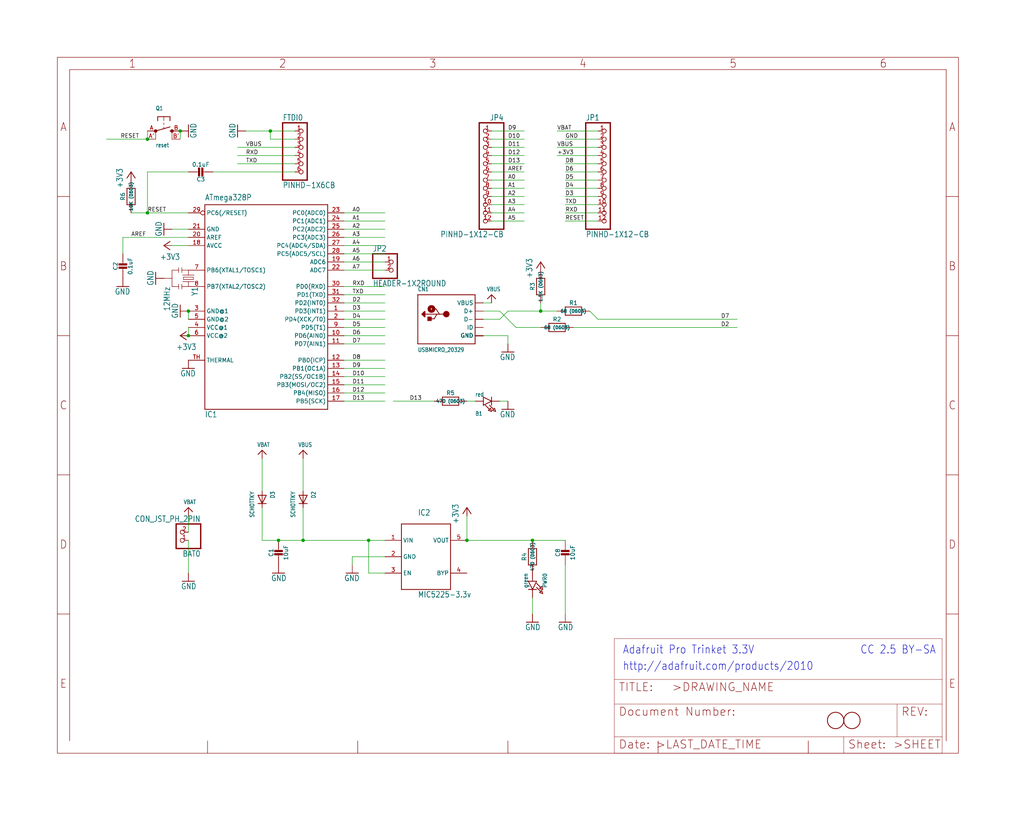
<source format=kicad_sch>
(kicad_sch (version 20211123) (generator eeschema)
  (paper "User" 317.5 254.406)
  (lib_symbols
    (symbol "eagleSchem-eagle-import:+3V3" (power)
      (property "Value" "+3V3" (at -2.54 -5.08 90))
      (symbol "+3V3_1_0"
        (polyline (pts (xy 0 0) (xy -1.27 -1.905)) (stroke (width 0.254)))
        (polyline (pts (xy 1.27 -1.905) (xy 0 0)) (stroke (width 0.254)))
        (pin power_in line (at 0 -2.54 90) (length 2.54) (name "+3V3") (number "1"))
      )
    )
    (symbol "eagleSchem-eagle-import:CAP_CERAMIC0805-NOOUTLINE"
      (property "Reference" "C" (at -2.29 1.25 90))
      (property "Value" "CAP_CERAMIC0805-NOOUTLINE" (at 2.3 1.25 90))
      (symbol "CAP_CERAMIC0805-NOOUTLINE_1_0"
        (rectangle (start -1.27 0.508) (end 1.27 1.016) (fill (type outline)))
        (rectangle (start -1.27 1.524) (end 1.27 2.032) (fill (type outline)))
        (polyline (pts (xy 0 0.762) (xy 0 0)) (stroke (width 0.1524)))
        (polyline (pts (xy 0 2.54) (xy 0 1.778)) (stroke (width 0.1524)))
        (pin passive line (at 0 5.08 270) (length 2.54) (name "1") (number "1"))
        (pin passive line (at 0 -2.54 90) (length 2.54) (name "2") (number "2"))
      )
    )
    (symbol "eagleSchem-eagle-import:CAP_CERAMIC_0805MP"
      (property "Reference" "C" (at -2.29 1.25 90))
      (property "Value" "CAP_CERAMIC_0805MP" (at 2.3 1.25 90))
      (symbol "CAP_CERAMIC_0805MP_1_0"
        (rectangle (start -1.27 0.508) (end 1.27 1.016) (fill (type outline)))
        (rectangle (start -1.27 1.524) (end 1.27 2.032) (fill (type outline)))
        (polyline (pts (xy 0 0.762) (xy 0 0)) (stroke (width 0.1524)))
        (polyline (pts (xy 0 2.54) (xy 0 1.778)) (stroke (width 0.1524)))
        (pin passive line (at 0 5.08 270) (length 2.54) (name "1") (number "1"))
        (pin passive line (at 0 -2.54 90) (length 2.54) (name "2") (number "2"))
      )
    )
    (symbol "eagleSchem-eagle-import:CON_JST_PH_2PIN"
      (property "Reference" "X" (at -6.35 5.715 0))
      (property "Value" "CON_JST_PH_2PIN" (at -6.35 -5.08 0))
      (symbol "CON_JST_PH_2PIN_1_0"
        (polyline (pts (xy -6.35 -2.54) (xy 1.27 -2.54)) (stroke (width 0.4064)))
        (polyline (pts (xy -6.35 5.08) (xy -6.35 -2.54)) (stroke (width 0.4064)))
        (polyline (pts (xy 1.27 -2.54) (xy 1.27 5.08)) (stroke (width 0.4064)))
        (polyline (pts (xy 1.27 5.08) (xy -6.35 5.08)) (stroke (width 0.4064)))
        (pin passive inverted (at -2.54 2.54 0) (length 2.54) (name "1") (number "1"))
        (pin passive inverted (at -2.54 0 0) (length 2.54) (name "2") (number "2"))
      )
    )
    (symbol "eagleSchem-eagle-import:DIODE_SOD-123FL"
      (property "Reference" "D" (at -2.54 2.54 0))
      (property "Value" "DIODE_SOD-123FL" (at -2.54 -3.81 0))
      (symbol "DIODE_SOD-123FL_1_0"
        (polyline (pts (xy -1.27 -1.27) (xy 1.27 0)) (stroke (width 0.254)))
        (polyline (pts (xy -1.27 1.27) (xy -1.27 -1.27)) (stroke (width 0.254)))
        (polyline (pts (xy 1.27 0) (xy -1.27 1.27)) (stroke (width 0.254)))
        (polyline (pts (xy 1.27 0) (xy 1.27 -1.27)) (stroke (width 0.254)))
        (polyline (pts (xy 1.27 1.27) (xy 1.27 0)) (stroke (width 0.254)))
        (pin passive line (at -2.54 0 0) (length 2.54) (name "A") (number "A"))
        (pin passive line (at 2.54 0 180) (length 2.54) (name "C") (number "C"))
      )
    )
    (symbol "eagleSchem-eagle-import:FIDUCIAL"
      (symbol "FIDUCIAL_1_0"
        (circle (center 0 0) (radius 2.54) (stroke (width 0.254)))
      )
    )
    (symbol "eagleSchem-eagle-import:FRAME_A_L"
      (symbol "FRAME_A_L_1_0"
        (polyline (pts (xy 0 43.18) (xy 3.81 43.18)))
        (polyline (pts (xy 0 86.36) (xy 3.81 86.36)))
        (polyline (pts (xy 0 129.54) (xy 3.81 129.54)))
        (polyline (pts (xy 0 172.72) (xy 3.81 172.72)))
        (polyline (pts (xy 3.81 3.81) (xy 3.81 212.09)))
        (polyline (pts (xy 46.5667 0) (xy 46.5667 3.81)))
        (polyline (pts (xy 93.1333 0) (xy 93.1333 3.81)))
        (polyline (pts (xy 139.7 0) (xy 139.7 3.81)))
        (polyline (pts (xy 186.2667 0) (xy 186.2667 3.81)))
        (polyline (pts (xy 232.8333 0) (xy 232.8333 3.81)))
        (polyline (pts (xy 275.59 3.81) (xy 275.59 212.09)))
        (polyline (pts (xy 275.59 43.18) (xy 279.4 43.18)))
        (polyline (pts (xy 275.59 86.36) (xy 279.4 86.36)))
        (polyline (pts (xy 275.59 129.54) (xy 279.4 129.54)))
        (polyline (pts (xy 275.59 172.72) (xy 279.4 172.72)))
        (polyline (pts (xy 275.59 212.09) (xy 3.81 212.09)))
        (polyline (pts (xy 0 0) (xy 279.4 0) (xy 279.4 215.9) (xy 0 215.9) (xy 0 0)))
        (text "1" (at 23.2833 213.995 0) (effects (font (size 2.54 2.286))))
        (text "2" (at 69.85 213.995 0) (effects (font (size 2.54 2.286))))
        (text "3" (at 116.4167 213.995 0) (effects (font (size 2.54 2.286))))
        (text "4" (at 162.9833 213.995 0) (effects (font (size 2.54 2.286))))
        (text "5" (at 209.55 213.995 0) (effects (font (size 2.54 2.286))))
        (text "6" (at 256.1167 213.995 0) (effects (font (size 2.54 2.286))))
        (text "A" (at 1.905 194.31 0) (effects (font (size 2.54 2.286))))
        (text "A" (at 277.495 194.31 0) (effects (font (size 2.54 2.286))))
        (text "B" (at 1.905 151.13 0) (effects (font (size 2.54 2.286))))
        (text "B" (at 277.495 151.13 0) (effects (font (size 2.54 2.286))))
        (text "C" (at 1.905 107.95 0) (effects (font (size 2.54 2.286))))
        (text "C" (at 277.495 107.95 0) (effects (font (size 2.54 2.286))))
        (text "D" (at 1.905 64.77 0) (effects (font (size 2.54 2.286))))
        (text "D" (at 277.495 64.77 0) (effects (font (size 2.54 2.286))))
        (text "E" (at 1.905 21.59 0) (effects (font (size 2.54 2.286))))
        (text "E" (at 277.495 21.59 0) (effects (font (size 2.54 2.286))))
      )
      (symbol "FRAME_A_L_2_0"
        (polyline (pts (xy 0 0) (xy 0 5.08)) (stroke (width 0.1016)))
        (polyline (pts (xy 0 0) (xy 71.12 0)) (stroke (width 0.1016)))
        (polyline (pts (xy 0 5.08) (xy 0 15.24)) (stroke (width 0.1016)))
        (polyline (pts (xy 0 5.08) (xy 71.12 5.08)) (stroke (width 0.1016)))
        (polyline (pts (xy 0 15.24) (xy 0 22.86)) (stroke (width 0.1016)))
        (polyline (pts (xy 0 22.86) (xy 0 35.56)) (stroke (width 0.1016)))
        (polyline (pts (xy 0 22.86) (xy 101.6 22.86)) (stroke (width 0.1016)))
        (polyline (pts (xy 71.12 0) (xy 101.6 0)) (stroke (width 0.1016)))
        (polyline (pts (xy 71.12 5.08) (xy 71.12 0)) (stroke (width 0.1016)))
        (polyline (pts (xy 71.12 5.08) (xy 87.63 5.08)) (stroke (width 0.1016)))
        (polyline (pts (xy 87.63 5.08) (xy 101.6 5.08)) (stroke (width 0.1016)))
        (polyline (pts (xy 87.63 15.24) (xy 0 15.24)) (stroke (width 0.1016)))
        (polyline (pts (xy 87.63 15.24) (xy 87.63 5.08)) (stroke (width 0.1016)))
        (polyline (pts (xy 101.6 5.08) (xy 101.6 0)) (stroke (width 0.1016)))
        (polyline (pts (xy 101.6 15.24) (xy 87.63 15.24)) (stroke (width 0.1016)))
        (polyline (pts (xy 101.6 15.24) (xy 101.6 5.08)) (stroke (width 0.1016)))
        (polyline (pts (xy 101.6 22.86) (xy 101.6 15.24)) (stroke (width 0.1016)))
        (polyline (pts (xy 101.6 35.56) (xy 0 35.56)) (stroke (width 0.1016)))
        (polyline (pts (xy 101.6 35.56) (xy 101.6 22.86)) (stroke (width 0.1016)))
        (text ">DRAWING_NAME" (at 17.78 19.05 0) (effects (font (size 2.54 2.54)) (justify left bottom)))
        (text ">LAST_DATE_TIME" (at 12.7 1.27 0) (effects (font (size 2.54 2.54)) (justify left bottom)))
        (text ">SHEET" (at 86.36 1.27 0) (effects (font (size 2.54 2.54)) (justify left bottom)))
        (text "Date:" (at 1.27 1.27 0) (effects (font (size 2.54 2.54)) (justify left bottom)))
        (text "Document Number:" (at 1.27 11.43 0) (effects (font (size 2.54 2.54)) (justify left bottom)))
        (text "REV:" (at 88.9 11.43 0) (effects (font (size 2.54 2.54)) (justify left bottom)))
        (text "Sheet:" (at 72.39 1.27 0) (effects (font (size 2.54 2.54)) (justify left bottom)))
        (text "TITLE:" (at 1.27 19.05 0) (effects (font (size 2.54 2.54)) (justify left bottom)))
      )
    )
    (symbol "eagleSchem-eagle-import:GND" (power)
      (property "Value" "GND" (at -2.54 -2.54 0))
      (symbol "GND_1_0"
        (polyline (pts (xy -1.905 0) (xy 1.905 0)) (stroke (width 0.254)))
        (pin power_in line (at 0 2.54 270) (length 2.54) (name "GND") (number "1"))
      )
    )
    (symbol "eagleSchem-eagle-import:HEADER-1X2ROUND"
      (property "Reference" "JP" (at -6.35 5.715 0))
      (property "Value" "HEADER-1X2ROUND" (at -6.35 -5.08 0))
      (symbol "HEADER-1X2ROUND_1_0"
        (polyline (pts (xy -6.35 -2.54) (xy 1.27 -2.54)) (stroke (width 0.4064)))
        (polyline (pts (xy -6.35 5.08) (xy -6.35 -2.54)) (stroke (width 0.4064)))
        (polyline (pts (xy 1.27 -2.54) (xy 1.27 5.08)) (stroke (width 0.4064)))
        (polyline (pts (xy 1.27 5.08) (xy -6.35 5.08)) (stroke (width 0.4064)))
        (pin passive inverted (at -2.54 2.54 0) (length 2.54) (name "1") (number "1"))
        (pin passive inverted (at -2.54 0 0) (length 2.54) (name "2") (number "2"))
      )
    )
    (symbol "eagleSchem-eagle-import:LED0805_NOOUTLINE"
      (property "Reference" "LED" (at -5.08 3.175 0))
      (property "Value" "LED0805_NOOUTLINE" (at -5.08 -2.794 0))
      (symbol "LED0805_NOOUTLINE_1_0"
        (polyline (pts (xy -2.54 -1.27) (xy 0 0)) (stroke (width 0.254)))
        (polyline (pts (xy -2.54 1.27) (xy -2.54 -1.27)) (stroke (width 0.254)))
        (polyline (pts (xy -1.905 1.27) (xy -0.635 2.54)) (stroke (width 0.254)))
        (polyline (pts (xy -0.9525 2.8575) (xy -0.3175 2.2225)) (stroke (width 0.254)))
        (polyline (pts (xy -0.635 1.27) (xy 0.635 2.54)) (stroke (width 0.254)))
        (polyline (pts (xy -0.3175 2.2225) (xy 0 3.175)) (stroke (width 0.254)))
        (polyline (pts (xy 0 0) (xy -2.54 1.27)) (stroke (width 0.254)))
        (polyline (pts (xy 0 0) (xy 0 -1.27)) (stroke (width 0.254)))
        (polyline (pts (xy 0 1.27) (xy 0 0)) (stroke (width 0.254)))
        (polyline (pts (xy 0 3.175) (xy -0.9525 2.8575)) (stroke (width 0.254)))
        (polyline (pts (xy 0.3175 2.8575) (xy 0.9525 2.2225)) (stroke (width 0.254)))
        (polyline (pts (xy 0.9525 2.2225) (xy 1.27 3.175)) (stroke (width 0.254)))
        (polyline (pts (xy 1.27 3.175) (xy 0.3175 2.8575)) (stroke (width 0.254)))
        (pin passive line (at -5.08 0 0) (length 2.54) (name "A") (number "A"))
        (pin passive line (at 2.54 0 180) (length 2.54) (name "C") (number "C"))
      )
    )
    (symbol "eagleSchem-eagle-import:LP298XS"
      (property "Reference" "IC" (at -12.7 -5.08 90))
      (property "Value" "LP298XS" (at 12.7 -5.08 90))
      (symbol "LP298XS_1_0"
        (polyline (pts (xy -10.16 -10.16) (xy 10.16 -10.16)) (stroke (width 0.254)))
        (polyline (pts (xy -10.16 5.08) (xy -10.16 -10.16)) (stroke (width 0.254)))
        (polyline (pts (xy 10.16 -10.16) (xy 10.16 5.08)) (stroke (width 0.254)))
        (polyline (pts (xy 10.16 5.08) (xy -10.16 5.08)) (stroke (width 0.254)))
        (pin bidirectional line (at -5.08 -15.24 90) (length 5.08) (name "VIN") (number "1"))
        (pin bidirectional line (at 0 -15.24 90) (length 5.08) (name "GND") (number "2"))
        (pin bidirectional line (at 5.08 -15.24 90) (length 5.08) (name "EN") (number "3"))
        (pin bidirectional line (at 5.08 10.16 270) (length 5.08) (name "BYP") (number "4"))
        (pin bidirectional line (at -5.08 10.16 270) (length 5.08) (name "VOUT") (number "5"))
      )
    )
    (symbol "eagleSchem-eagle-import:MEGA8-MI"
      (property "Reference" "IC" (at -17.78 -38.1 0))
      (property "Value" "MEGA8-MI" (at -17.78 29.21 0))
      (symbol "MEGA8-MI_1_0"
        (polyline (pts (xy -17.78 -35.56) (xy -17.78 27.94)) (stroke (width 0.254)))
        (polyline (pts (xy -17.78 27.94) (xy 20.32 27.94)) (stroke (width 0.254)))
        (polyline (pts (xy 20.32 -35.56) (xy -17.78 -35.56)) (stroke (width 0.254)))
        (polyline (pts (xy 20.32 27.94) (xy 20.32 -35.56)) (stroke (width 0.254)))
        (pin bidirectional line (at 25.4 -5.08 180) (length 5.08) (name "PD3(INT1)") (number "1"))
        (pin bidirectional line (at 25.4 -12.7 180) (length 5.08) (name "PD6(AIN0)") (number "10"))
        (pin bidirectional line (at 25.4 -15.24 180) (length 5.08) (name "PD7(AIN1)") (number "11"))
        (pin bidirectional line (at 25.4 -20.32 180) (length 5.08) (name "PB0(ICP)") (number "12"))
        (pin bidirectional line (at 25.4 -22.86 180) (length 5.08) (name "PB1(OC1A)") (number "13"))
        (pin bidirectional line (at 25.4 -25.4 180) (length 5.08) (name "PB2(SS/OC1B)") (number "14"))
        (pin bidirectional line (at 25.4 -27.94 180) (length 5.08) (name "PB3(MOSI/OC2)") (number "15"))
        (pin bidirectional line (at 25.4 -30.48 180) (length 5.08) (name "PB4(MISO)") (number "16"))
        (pin bidirectional line (at 25.4 -33.02 180) (length 5.08) (name "PB5(SCK)") (number "17"))
        (pin power_in line (at -22.86 15.24 0) (length 5.08) (name "AVCC") (number "18"))
        (pin bidirectional line (at 25.4 10.16 180) (length 5.08) (name "ADC6") (number "19"))
        (pin bidirectional line (at 25.4 -7.62 180) (length 5.08) (name "PD4(XCK/T0)") (number "2"))
        (pin passive line (at -22.86 17.78 0) (length 5.08) (name "AREF") (number "20"))
        (pin power_in line (at -22.86 20.32 0) (length 5.08) (name "GND") (number "21"))
        (pin bidirectional line (at 25.4 7.62 180) (length 5.08) (name "ADC7") (number "22"))
        (pin bidirectional line (at 25.4 25.4 180) (length 5.08) (name "PC0(ADC0)") (number "23"))
        (pin bidirectional line (at 25.4 22.86 180) (length 5.08) (name "PC1(ADC1)") (number "24"))
        (pin bidirectional line (at 25.4 20.32 180) (length 5.08) (name "PC2(ADC2)") (number "25"))
        (pin bidirectional line (at 25.4 17.78 180) (length 5.08) (name "PC3(ADC3)") (number "26"))
        (pin bidirectional line (at 25.4 15.24 180) (length 5.08) (name "PC4(ADC4/SDA)") (number "27"))
        (pin bidirectional line (at 25.4 12.7 180) (length 5.08) (name "PC5(ADC5/SCL)") (number "28"))
        (pin bidirectional inverted (at -22.86 25.4 0) (length 5.08) (name "PC6(/RESET)") (number "29"))
        (pin power_in line (at -22.86 -5.08 0) (length 5.08) (name "GND@1") (number "3"))
        (pin bidirectional line (at 25.4 2.54 180) (length 5.08) (name "PD0(RXD)") (number "30"))
        (pin bidirectional line (at 25.4 0 180) (length 5.08) (name "PD1(TXD)") (number "31"))
        (pin bidirectional line (at 25.4 -2.54 180) (length 5.08) (name "PD2(INT0)") (number "32"))
        (pin power_in line (at -22.86 -10.16 0) (length 5.08) (name "VCC@1") (number "4"))
        (pin power_in line (at -22.86 -7.62 0) (length 5.08) (name "GND@2") (number "5"))
        (pin power_in line (at -22.86 -12.7 0) (length 5.08) (name "VCC@2") (number "6"))
        (pin bidirectional line (at -22.86 7.62 0) (length 5.08) (name "PB6(XTAL1/TOSC1)") (number "7"))
        (pin bidirectional line (at -22.86 2.54 0) (length 5.08) (name "PB7(XTAL2/TOSC2)") (number "8"))
        (pin bidirectional line (at 25.4 -10.16 180) (length 5.08) (name "PD5(T1)") (number "9"))
        (pin passive line (at -22.86 -20.32 0) (length 5.08) (name "THERMAL") (number "TH"))
      )
    )
    (symbol "eagleSchem-eagle-import:PINHD-1X12-CB"
      (property "Reference" "JP" (at -6.35 15.875 0))
      (property "Value" "PINHD-1X12-CB" (at -6.35 -20.32 0))
      (symbol "PINHD-1X12-CB_1_0"
        (polyline (pts (xy -6.35 -17.78) (xy 1.27 -17.78)) (stroke (width 0.4064)))
        (polyline (pts (xy -6.35 15.24) (xy -6.35 -17.78)) (stroke (width 0.4064)))
        (polyline (pts (xy 1.27 -17.78) (xy 1.27 15.24)) (stroke (width 0.4064)))
        (polyline (pts (xy 1.27 15.24) (xy -6.35 15.24)) (stroke (width 0.4064)))
        (pin passive inverted (at -2.54 12.7 0) (length 2.54) (name "1") (number "1"))
        (pin passive inverted (at -2.54 -10.16 0) (length 2.54) (name "10") (number "10"))
        (pin passive inverted (at -2.54 -12.7 0) (length 2.54) (name "11") (number "11"))
        (pin passive inverted (at -2.54 -15.24 0) (length 2.54) (name "12") (number "12"))
        (pin passive inverted (at -2.54 10.16 0) (length 2.54) (name "2") (number "2"))
        (pin passive inverted (at -2.54 7.62 0) (length 2.54) (name "3") (number "3"))
        (pin passive inverted (at -2.54 5.08 0) (length 2.54) (name "4") (number "4"))
        (pin passive inverted (at -2.54 2.54 0) (length 2.54) (name "5") (number "5"))
        (pin passive inverted (at -2.54 0 0) (length 2.54) (name "6") (number "6"))
        (pin passive inverted (at -2.54 -2.54 0) (length 2.54) (name "7") (number "7"))
        (pin passive inverted (at -2.54 -5.08 0) (length 2.54) (name "8") (number "8"))
        (pin passive inverted (at -2.54 -7.62 0) (length 2.54) (name "9") (number "9"))
      )
    )
    (symbol "eagleSchem-eagle-import:PINHD-1X6CB"
      (property "Reference" "JP" (at -6.35 10.795 0))
      (property "Value" "PINHD-1X6CB" (at -6.35 -10.16 0))
      (symbol "PINHD-1X6CB_1_0"
        (polyline (pts (xy -6.35 -7.62) (xy 1.27 -7.62)) (stroke (width 0.4064)))
        (polyline (pts (xy -6.35 10.16) (xy -6.35 -7.62)) (stroke (width 0.4064)))
        (polyline (pts (xy 1.27 -7.62) (xy 1.27 10.16)) (stroke (width 0.4064)))
        (polyline (pts (xy 1.27 10.16) (xy -6.35 10.16)) (stroke (width 0.4064)))
        (pin passive inverted (at -2.54 7.62 0) (length 2.54) (name "1") (number "1"))
        (pin passive inverted (at -2.54 5.08 0) (length 2.54) (name "2") (number "2"))
        (pin passive inverted (at -2.54 2.54 0) (length 2.54) (name "3") (number "3"))
        (pin passive inverted (at -2.54 0 0) (length 2.54) (name "4") (number "4"))
        (pin passive inverted (at -2.54 -2.54 0) (length 2.54) (name "5") (number "5"))
        (pin passive inverted (at -2.54 -5.08 0) (length 2.54) (name "6") (number "6"))
      )
    )
    (symbol "eagleSchem-eagle-import:RESISTOR0805_NOOUTLINE"
      (property "Reference" "R" (at 0 2.54 0))
      (property "Value" "RESISTOR0805_NOOUTLINE" (at 0 0 0))
      (symbol "RESISTOR0805_NOOUTLINE_1_0"
        (polyline (pts (xy -2.54 -1.27) (xy -2.54 1.27)) (stroke (width 0.254)))
        (polyline (pts (xy -2.54 1.27) (xy 2.54 1.27)) (stroke (width 0.254)))
        (polyline (pts (xy 2.54 -1.27) (xy -2.54 -1.27)) (stroke (width 0.254)))
        (polyline (pts (xy 2.54 1.27) (xy 2.54 -1.27)) (stroke (width 0.254)))
        (pin passive line (at -5.08 0 0) (length 2.54) (name "1") (number "1"))
        (pin passive line (at 5.08 0 180) (length 2.54) (name "2") (number "2"))
      )
    )
    (symbol "eagleSchem-eagle-import:RESISTOR_0603_NOOUT"
      (property "Reference" "R" (at 0 2.54 0))
      (property "Value" "RESISTOR_0603_NOOUT" (at 0 0 0))
      (symbol "RESISTOR_0603_NOOUT_1_0"
        (polyline (pts (xy -2.54 -1.27) (xy -2.54 1.27)) (stroke (width 0.254)))
        (polyline (pts (xy -2.54 1.27) (xy 2.54 1.27)) (stroke (width 0.254)))
        (polyline (pts (xy 2.54 -1.27) (xy -2.54 -1.27)) (stroke (width 0.254)))
        (polyline (pts (xy 2.54 1.27) (xy 2.54 -1.27)) (stroke (width 0.254)))
        (pin passive line (at -5.08 0 0) (length 2.54) (name "1") (number "1"))
        (pin passive line (at 5.08 0 180) (length 2.54) (name "2") (number "2"))
      )
    )
    (symbol "eagleSchem-eagle-import:RESONATORSMD"
      (property "Reference" "Y" (at 2.54 1.016 0))
      (property "Value" "RESONATORSMD" (at 2.54 -7.62 0))
      (symbol "RESONATORSMD_1_0"
        (polyline (pts (xy -2.54 -3.048) (xy -3.302 -3.048)) (stroke (width 0.1524)))
        (polyline (pts (xy -2.54 -3.048) (xy -2.54 -5.08)) (stroke (width 0.1524)))
        (polyline (pts (xy -2.54 -2.032) (xy -3.302 -2.032)) (stroke (width 0.1524)))
        (polyline (pts (xy -2.54 -2.032) (xy -2.54 0)) (stroke (width 0.1524)))
        (polyline (pts (xy -2.54 0) (xy -1.016 0)) (stroke (width 0.1524)))
        (polyline (pts (xy -1.778 -3.048) (xy -2.54 -3.048)) (stroke (width 0.1524)))
        (polyline (pts (xy -1.778 -2.032) (xy -2.54 -2.032)) (stroke (width 0.1524)))
        (polyline (pts (xy -1.016 0) (xy -1.016 -1.778)) (stroke (width 0.1524)))
        (polyline (pts (xy -1.016 1.778) (xy -1.016 0)) (stroke (width 0.1524)))
        (polyline (pts (xy -0.381 -1.524) (xy 0.381 -1.524)) (stroke (width 0.1524)))
        (polyline (pts (xy -0.381 1.524) (xy -0.381 -1.524)) (stroke (width 0.1524)))
        (polyline (pts (xy 0 -5.08) (xy -2.54 -5.08)) (stroke (width 0.1524)))
        (polyline (pts (xy 0 -5.08) (xy 0 -7.62)) (stroke (width 0.1524)))
        (polyline (pts (xy 0.381 -1.524) (xy 0.381 1.524)) (stroke (width 0.1524)))
        (polyline (pts (xy 0.381 1.524) (xy -0.381 1.524)) (stroke (width 0.1524)))
        (polyline (pts (xy 1.016 0) (xy 1.016 -1.778)) (stroke (width 0.1524)))
        (polyline (pts (xy 1.016 0) (xy 2.54 0)) (stroke (width 0.1524)))
        (polyline (pts (xy 1.016 1.778) (xy 1.016 0)) (stroke (width 0.1524)))
        (polyline (pts (xy 2.54 -5.08) (xy 0 -5.08)) (stroke (width 0.1524)))
        (polyline (pts (xy 2.54 -3.048) (xy 1.778 -3.048)) (stroke (width 0.1524)))
        (polyline (pts (xy 2.54 -3.048) (xy 2.54 -5.08)) (stroke (width 0.1524)))
        (polyline (pts (xy 2.54 -2.032) (xy 1.778 -2.032)) (stroke (width 0.1524)))
        (polyline (pts (xy 2.54 0) (xy 2.54 -2.032)) (stroke (width 0.1524)))
        (polyline (pts (xy 3.302 -3.048) (xy 2.54 -3.048)) (stroke (width 0.1524)))
        (polyline (pts (xy 3.302 -2.032) (xy 2.54 -2.032)) (stroke (width 0.1524)))
        (pin passive line (at -2.54 0 0) (length 0) (name "1") (number "1"))
        (pin passive line (at 0 -7.62 90) (length 0) (name "2") (number "2"))
        (pin passive line (at 2.54 0 180) (length 0) (name "3") (number "3"))
      )
    )
    (symbol "eagleSchem-eagle-import:SWITCH_TACT_SMT4.6X2.8"
      (property "Reference" "SW" (at -2.54 6.35 0))
      (property "Value" "SWITCH_TACT_SMT4.6X2.8" (at -2.54 -5.08 0))
      (symbol "SWITCH_TACT_SMT4.6X2.8_1_0"
        (circle (center -2.54 0) (radius 0.127) (stroke (width 0.4064)))
        (polyline (pts (xy -2.54 -2.54) (xy -2.54 0)) (stroke (width 0.1524)))
        (polyline (pts (xy -2.54 0) (xy 1.905 1.27)) (stroke (width 0.254)))
        (polyline (pts (xy -1.905 4.445) (xy -1.905 3.175)) (stroke (width 0.254)))
        (polyline (pts (xy 0 1.27) (xy 0 0.635)) (stroke (width 0.1524)))
        (polyline (pts (xy 0 2.54) (xy 0 1.905)) (stroke (width 0.1524)))
        (polyline (pts (xy 0 4.445) (xy -1.905 4.445)) (stroke (width 0.254)))
        (polyline (pts (xy 0 4.445) (xy 0 3.175)) (stroke (width 0.1524)))
        (polyline (pts (xy 1.905 0) (xy 2.54 0)) (stroke (width 0.254)))
        (polyline (pts (xy 1.905 4.445) (xy 0 4.445)) (stroke (width 0.254)))
        (polyline (pts (xy 1.905 4.445) (xy 1.905 3.175)) (stroke (width 0.254)))
        (polyline (pts (xy 2.54 -2.54) (xy 2.54 0)) (stroke (width 0.1524)))
        (circle (center 2.54 0) (radius 0.127) (stroke (width 0.4064)))
        (pin passive line (at -5.08 0 0) (length 2.54) (name "P") (number "A"))
        (pin passive line (at -5.08 -2.54 0) (length 2.54) (name "P1") (number "A'"))
        (pin passive line (at 5.08 0 180) (length 2.54) (name "S") (number "B"))
        (pin passive line (at 5.08 -2.54 180) (length 2.54) (name "S1") (number "B'"))
      )
    )
    (symbol "eagleSchem-eagle-import:USBMICRO_20329"
      (property "Reference" "X" (at -10.16 8.636 0))
      (property "Value" "USBMICRO_20329" (at -10.16 -10.16 0))
      (symbol "USBMICRO_20329_1_0"
        (rectangle (start -7.12 -0.45) (end -5.92 0.75) (fill (type outline)))
        (circle (center -5.92 3.2) (radius 0.2) (stroke (width 1)))
        (circle (center -1.32 1.6) (radius 0.5) (stroke (width 1)))
        (polyline (pts (xy -10.2 7.62) (xy -10.16 7.62)) (stroke (width 0.254)))
        (polyline (pts (xy -10.16 -7.62) (xy 7.62 -7.62)) (stroke (width 0.254)))
        (polyline (pts (xy -10.16 7.62) (xy -10.16 -7.62)) (stroke (width 0.254)))
        (polyline (pts (xy -10.16 7.62) (xy 7.62 7.62)) (stroke (width 0.254)))
        (polyline (pts (xy -8.92 1.6) (xy -8.12 2.4)) (stroke (width 0.254)))
        (polyline (pts (xy -8.52 1.4) (xy -8.32 1.2)) (stroke (width 0.254)))
        (polyline (pts (xy -8.52 1.6) (xy -8.52 1.4)) (stroke (width 0.254)))
        (polyline (pts (xy -8.32 1.2) (xy -8.32 2)) (stroke (width 0.254)))
        (polyline (pts (xy -8.32 2) (xy -8.72 1.6)) (stroke (width 0.254)))
        (polyline (pts (xy -8.12 0.8) (xy -8.92 1.6)) (stroke (width 0.254)))
        (polyline (pts (xy -8.12 1) (xy -8.12 2.4)) (stroke (width 0.254)))
        (polyline (pts (xy -8.12 2.4) (xy -7.92 2.4)) (stroke (width 0.254)))
        (polyline (pts (xy -7.92 0.8) (xy -8.12 0.8)) (stroke (width 0.254)))
        (polyline (pts (xy -7.92 1.6) (xy -7.92 0.8)) (stroke (width 0.254)))
        (polyline (pts (xy -7.92 2.4) (xy -7.92 1.6)) (stroke (width 0.254)))
        (polyline (pts (xy -6.27 0.15) (xy -5.07 0.15)) (stroke (width 0.254)))
        (polyline (pts (xy -5.52 3.2) (xy -4.52 3.2)) (stroke (width 0.254)))
        (polyline (pts (xy -5.07 0.15) (xy -4.22 1.6)) (stroke (width 0.254)))
        (polyline (pts (xy -4.52 3.2) (xy -3.47 1.6)) (stroke (width 0.254)))
        (polyline (pts (xy -4.22 1.6) (xy -7.92 1.6)) (stroke (width 0.254)))
        (polyline (pts (xy -3.47 1.6) (xy -4.22 1.6)) (stroke (width 0.254)))
        (polyline (pts (xy -1.32 1.6) (xy -3.47 1.6)) (stroke (width 0.254)))
        (polyline (pts (xy 7.62 7.62) (xy 7.62 -7.62)) (stroke (width 0.254)))
        (pin power_in line (at 10.16 -5.08 180) (length 2.54) (name "GND") (number "BASE@1"))
        (pin power_in line (at 10.16 -5.08 180) (length 2.54) (name "GND") (number "BASE@2"))
        (pin bidirectional line (at 10.16 2.54 180) (length 2.54) (name "D+") (number "D+"))
        (pin bidirectional line (at 10.16 0 180) (length 2.54) (name "D-") (number "D-"))
        (pin power_in line (at 10.16 -5.08 180) (length 2.54) (name "GND") (number "GND"))
        (pin bidirectional line (at 10.16 -2.54 180) (length 2.54) (name "ID") (number "ID"))
        (pin power_in line (at 10.16 -5.08 180) (length 2.54) (name "GND") (number "SPRT@1"))
        (pin power_in line (at 10.16 -5.08 180) (length 2.54) (name "GND") (number "SPRT@2"))
        (pin power_in line (at 10.16 -5.08 180) (length 2.54) (name "GND") (number "SPRT@3"))
        (pin power_in line (at 10.16 -5.08 180) (length 2.54) (name "GND") (number "SPRT@4"))
        (pin power_in line (at 10.16 5.08 180) (length 2.54) (name "VBUS") (number "VBUS"))
      )
    )
    (symbol "eagleSchem-eagle-import:VBAT" (power)
      (property "Value" "VBAT" (at -1.524 1.016 0))
      (symbol "VBAT_1_0"
        (polyline (pts (xy -1.27 -1.27) (xy 0 0)) (stroke (width 0.254)))
        (polyline (pts (xy 0 0) (xy 1.27 -1.27)) (stroke (width 0.254)))
        (pin power_in line (at 0 -2.54 90) (length 2.54) (name "VBAT") (number "1"))
      )
    )
    (symbol "eagleSchem-eagle-import:VBUS" (power)
      (property "Value" "VBUS" (at -1.524 1.016 0))
      (symbol "VBUS_1_0"
        (polyline (pts (xy -1.27 -1.27) (xy 0 0)) (stroke (width 0.254)))
        (polyline (pts (xy 0 0) (xy 1.27 -1.27)) (stroke (width 0.254)))
        (pin power_in line (at 0 -2.54 90) (length 2.54) (name "VBUS") (number "1"))
      )
    )
  )
  (junction (at 114.3 167.64))
  (junction (at 45.72 43.18))
  (junction (at 58.42 104.14))
  (junction (at 165.1 167.64))
  (junction (at 55.88 40.64))
  (junction (at 86.36 167.64))
  (junction (at 144.78 167.64))
  (junction (at 167.64 96.52))
  (junction (at 58.42 96.52))
  (junction (at 83.82 40.64))
  (junction (at 45.72 66.04))
  (junction (at 93.98 167.64))
  (wire (pts (xy 157.48 96.52) (xy 167.64 96.52)))
  (wire (pts (xy 93.98 167.64) (xy 86.36 167.64)))
  (wire (pts (xy 119.38 177.8) (xy 114.3 177.8)))
  (wire (pts (xy 175.26 58.42) (xy 185.42 58.42)))
  (wire (pts (xy 119.38 78.74) (xy 106.68 78.74)))
  (wire (pts (xy 55.88 43.18) (xy 55.88 40.64)))
  (wire (pts (xy 45.72 43.18) (xy 33.02 43.18)))
  (wire (pts (xy 119.38 88.9) (xy 106.68 88.9)))
  (wire (pts (xy 93.98 167.64) (xy 114.3 167.64)))
  (wire (pts (xy 91.44 45.72) (xy 73.66 45.72)))
  (wire (pts (xy 165.1 190.5) (xy 165.1 185.42)))
  (wire (pts (xy 106.68 66.04) (xy 119.38 66.04)))
  (wire (pts (xy 119.38 99.06) (xy 106.68 99.06)))
  (wire (pts (xy 152.4 48.26) (xy 162.56 48.26)))
  (wire (pts (xy 152.4 40.64) (xy 162.56 40.64)))
  (wire (pts (xy 144.78 124.46) (xy 147.32 124.46)))
  (wire (pts (xy 185.42 50.8) (xy 175.26 50.8)))
  (wire (pts (xy 154.94 96.52) (xy 160.02 101.6)))
  (wire (pts (xy 106.68 114.3) (xy 119.38 114.3)))
  (wire (pts (xy 91.44 48.26) (xy 73.66 48.26)))
  (wire (pts (xy 185.42 60.96) (xy 175.26 60.96)))
  (wire (pts (xy 185.42 55.88) (xy 175.26 55.88)))
  (wire (pts (xy 177.8 101.6) (xy 228.6 101.6)))
  (wire (pts (xy 119.38 96.52) (xy 106.68 96.52)))
  (wire (pts (xy 185.42 63.5) (xy 175.26 63.5)))
  (wire (pts (xy 58.42 53.34) (xy 45.72 53.34)))
  (wire (pts (xy 119.38 104.14) (xy 106.68 104.14)))
  (wire (pts (xy 58.42 66.04) (xy 45.72 66.04)))
  (wire (pts (xy 119.38 91.44) (xy 106.68 91.44)))
  (wire (pts (xy 91.44 53.34) (xy 66.04 53.34)))
  (wire (pts (xy 53.34 76.2) (xy 58.42 76.2)))
  (wire (pts (xy 114.3 177.8) (xy 114.3 167.64)))
  (wire (pts (xy 182.88 96.52) (xy 185.42 99.06)))
  (wire (pts (xy 45.72 43.18) (xy 45.72 40.64)))
  (wire (pts (xy 106.68 119.38) (xy 119.38 119.38)))
  (wire (pts (xy 119.38 83.82) (xy 106.68 83.82)))
  (wire (pts (xy 91.44 40.64) (xy 83.82 40.64)))
  (wire (pts (xy 45.72 53.34) (xy 45.72 66.04)))
  (wire (pts (xy 152.4 45.72) (xy 162.56 45.72)))
  (wire (pts (xy 152.4 43.18) (xy 162.56 43.18)))
  (wire (pts (xy 81.28 167.64) (xy 81.28 157.48)))
  (wire (pts (xy 167.64 96.52) (xy 172.72 96.52)))
  (wire (pts (xy 86.36 167.64) (xy 81.28 167.64)))
  (wire (pts (xy 106.68 101.6) (xy 119.38 101.6)))
  (wire (pts (xy 38.1 73.66) (xy 38.1 78.74)))
  (wire (pts (xy 93.98 152.4) (xy 93.98 142.24)))
  (wire (pts (xy 106.68 106.68) (xy 119.38 106.68)))
  (wire (pts (xy 175.26 190.5) (xy 175.26 175.26)))
  (wire (pts (xy 106.68 111.76) (xy 119.38 111.76)))
  (wire (pts (xy 185.42 66.04) (xy 175.26 66.04)))
  (wire (pts (xy 58.42 99.06) (xy 58.42 96.52)))
  (wire (pts (xy 119.38 172.72) (xy 109.22 172.72)))
  (wire (pts (xy 157.48 124.46) (xy 154.94 124.46)))
  (wire (pts (xy 83.82 43.18) (xy 83.82 40.64)))
  (wire (pts (xy 93.98 157.48) (xy 93.98 167.64)))
  (wire (pts (xy 121.92 124.46) (xy 134.62 124.46)))
  (wire (pts (xy 106.68 68.58) (xy 119.38 68.58)))
  (wire (pts (xy 149.86 96.52) (xy 154.94 96.52)))
  (wire (pts (xy 119.38 81.28) (xy 106.68 81.28)))
  (wire (pts (xy 185.42 48.26) (xy 172.72 48.26)))
  (wire (pts (xy 109.22 172.72) (xy 109.22 175.26)))
  (wire (pts (xy 152.4 93.98) (xy 149.86 93.98)))
  (wire (pts (xy 73.66 50.8) (xy 91.44 50.8)))
  (wire (pts (xy 157.48 104.14) (xy 157.48 106.68)))
  (wire (pts (xy 53.34 71.12) (xy 58.42 71.12)))
  (wire (pts (xy 58.42 101.6) (xy 58.42 104.14)))
  (wire (pts (xy 91.44 43.18) (xy 83.82 43.18)))
  (wire (pts (xy 185.42 99.06) (xy 228.6 99.06)))
  (wire (pts (xy 81.28 142.24) (xy 81.28 152.4)))
  (wire (pts (xy 167.64 93.98) (xy 167.64 96.52)))
  (wire (pts (xy 45.72 66.04) (xy 40.64 66.04)))
  (wire (pts (xy 119.38 73.66) (xy 106.68 73.66)))
  (wire (pts (xy 144.78 160.02) (xy 144.78 167.64)))
  (wire (pts (xy 149.86 99.06) (xy 154.94 99.06)))
  (wire (pts (xy 154.94 99.06) (xy 157.48 96.52)))
  (wire (pts (xy 185.42 68.58) (xy 175.26 68.58)))
  (wire (pts (xy 152.4 60.96) (xy 162.56 60.96)))
  (wire (pts (xy 83.82 40.64) (xy 76.2 40.64)))
  (wire (pts (xy 152.4 55.88) (xy 162.56 55.88)))
  (wire (pts (xy 165.1 167.64) (xy 175.26 167.64)))
  (wire (pts (xy 106.68 121.92) (xy 119.38 121.92)))
  (wire (pts (xy 119.38 71.12) (xy 106.68 71.12)))
  (wire (pts (xy 119.38 76.2) (xy 106.68 76.2)))
  (wire (pts (xy 185.42 40.64) (xy 172.72 40.64)))
  (wire (pts (xy 149.86 104.14) (xy 157.48 104.14)))
  (wire (pts (xy 106.68 93.98) (xy 119.38 93.98)))
  (wire (pts (xy 114.3 167.64) (xy 119.38 167.64)))
  (wire (pts (xy 185.42 43.18) (xy 175.26 43.18)))
  (wire (pts (xy 58.42 73.66) (xy 38.1 73.66)))
  (wire (pts (xy 144.78 167.64) (xy 165.1 167.64)))
  (wire (pts (xy 106.68 124.46) (xy 119.38 124.46)))
  (wire (pts (xy 152.4 63.5) (xy 162.56 63.5)))
  (wire (pts (xy 175.26 53.34) (xy 185.42 53.34)))
  (wire (pts (xy 185.42 45.72) (xy 172.72 45.72)))
  (wire (pts (xy 152.4 66.04) (xy 162.56 66.04)))
  (wire (pts (xy 152.4 68.58) (xy 162.56 68.58)))
  (wire (pts (xy 152.4 53.34) (xy 162.56 53.34)))
  (wire (pts (xy 152.4 58.42) (xy 162.56 58.42)))
  (wire (pts (xy 106.68 116.84) (xy 119.38 116.84)))
  (wire (pts (xy 160.02 101.6) (xy 167.64 101.6)))
  (wire (pts (xy 58.42 165.1) (xy 58.42 160.02)))
  (wire (pts (xy 58.42 177.8) (xy 58.42 167.64)))
  (wire (pts (xy 152.4 50.8) (xy 162.56 50.8)))
  (text "CC 2.5 BY-SA" (at 266.7 203.2 180) (effects (font (size 2.54 2.159)) (justify left bottom)))
  (text "http://adafruit.com/products/2010" (at 193.04 208.28 180) (effects (font (size 2.54 2.159)) (justify left bottom)))
  (text "Adafruit Pro Trinket 3.3V" (at 193.04 203.2 180) (effects (font (size 2.54 2.159)) (justify left bottom)))
  (label "VBUS" (at 172.72 45.72 0) (effects (font (size 1.2446 1.2446))))
  (label "A2" (at 109.22 71.12 0) (effects (font (size 1.2446 1.2446))))
  (label "+3V3" (at 172.72 48.26 0) (effects (font (size 1.2446 1.2446))))
  (label "D11" (at 157.48 45.72 0) (effects (font (size 1.2446 1.2446))))
  (label "D13" (at 127 124.46 0) (effects (font (size 1.2446 1.2446))))
  (label "A4" (at 109.22 76.2 0) (effects (font (size 1.2446 1.2446))))
  (label "A0" (at 109.22 66.04 0) (effects (font (size 1.2446 1.2446))))
  (label "RESET" (at 45.72 66.04 0) (effects (font (size 1.2446 1.2446))))
  (label "RESET" (at 43.18 43.18 180) (effects (font (size 1.2446 1.2446))))
  (label "D2" (at 223.52 101.6 0) (effects (font (size 1.2446 1.2446))))
  (label "D9" (at 157.48 40.64 0) (effects (font (size 1.2446 1.2446))))
  (label "D12" (at 157.48 48.26 0) (effects (font (size 1.2446 1.2446))))
  (label "AREF" (at 40.64 73.66 0) (effects (font (size 1.2446 1.2446))))
  (label "VBAT" (at 172.72 40.64 0) (effects (font (size 1.2446 1.2446))))
  (label "TXD" (at 76.2 50.8 0) (effects (font (size 1.2446 1.2446))))
  (label "D10" (at 109.22 116.84 0) (effects (font (size 1.2446 1.2446))))
  (label "TXD" (at 109.22 91.44 0) (effects (font (size 1.2446 1.2446))))
  (label "A5" (at 157.48 68.58 0) (effects (font (size 1.2446 1.2446))))
  (label "A1" (at 109.22 68.58 0) (effects (font (size 1.2446 1.2446))))
  (label "D10" (at 157.48 43.18 0) (effects (font (size 1.2446 1.2446))))
  (label "D2" (at 109.22 93.98 0) (effects (font (size 1.2446 1.2446))))
  (label "A5" (at 109.22 78.74 0) (effects (font (size 1.2446 1.2446))))
  (label "D13" (at 157.48 50.8 0) (effects (font (size 1.2446 1.2446))))
  (label "D6" (at 175.26 53.34 0) (effects (font (size 1.2446 1.2446))))
  (label "A1" (at 157.48 58.42 0) (effects (font (size 1.2446 1.2446))))
  (label "D4" (at 109.22 99.06 0) (effects (font (size 1.2446 1.2446))))
  (label "TXD" (at 175.26 63.5 0) (effects (font (size 1.2446 1.2446))))
  (label "D5" (at 175.26 55.88 0) (effects (font (size 1.2446 1.2446))))
  (label "VBUS" (at 76.2 45.72 0) (effects (font (size 1.2446 1.2446))))
  (label "D3" (at 175.26 60.96 0) (effects (font (size 1.2446 1.2446))))
  (label "A4" (at 157.48 66.04 0) (effects (font (size 1.2446 1.2446))))
  (label "A2" (at 157.48 60.96 0) (effects (font (size 1.2446 1.2446))))
  (label "D9" (at 109.22 114.3 0) (effects (font (size 1.2446 1.2446))))
  (label "A7" (at 109.22 83.82 0) (effects (font (size 1.2446 1.2446))))
  (label "D7" (at 109.22 106.68 0) (effects (font (size 1.2446 1.2446))))
  (label "D3" (at 109.22 96.52 0) (effects (font (size 1.2446 1.2446))))
  (label "A6" (at 109.22 81.28 0) (effects (font (size 1.2446 1.2446))))
  (label "D11" (at 109.22 119.38 0) (effects (font (size 1.2446 1.2446))))
  (label "RXD" (at 175.26 66.04 0) (effects (font (size 1.2446 1.2446))))
  (label "D7" (at 223.52 99.06 0) (effects (font (size 1.2446 1.2446))))
  (label "D5" (at 109.22 101.6 0) (effects (font (size 1.2446 1.2446))))
  (label "RXD" (at 76.2 48.26 0) (effects (font (size 1.2446 1.2446))))
  (label "A0" (at 157.48 55.88 0) (effects (font (size 1.2446 1.2446))))
  (label "D6" (at 109.22 104.14 0) (effects (font (size 1.2446 1.2446))))
  (label "AREF" (at 157.48 53.34 0) (effects (font (size 1.2446 1.2446))))
  (label "RXD" (at 109.22 88.9 0) (effects (font (size 1.2446 1.2446))))
  (label "GND" (at 175.26 43.18 0) (effects (font (size 1.2446 1.2446))))
  (label "D8" (at 175.26 50.8 0) (effects (font (size 1.2446 1.2446))))
  (label "A3" (at 109.22 73.66 0) (effects (font (size 1.2446 1.2446))))
  (label "RESET" (at 175.26 68.58 0) (effects (font (size 1.2446 1.2446))))
  (label "D12" (at 109.22 121.92 0) (effects (font (size 1.2446 1.2446))))
  (label "D8" (at 109.22 111.76 0) (effects (font (size 1.2446 1.2446))))
  (label "D13" (at 109.22 124.46 0) (effects (font (size 1.2446 1.2446))))
  (label "A3" (at 157.48 63.5 0) (effects (font (size 1.2446 1.2446))))
  (label "D4" (at 175.26 58.42 0) (effects (font (size 1.2446 1.2446))))
  (symbol (lib_id "eagleSchem-eagle-import:CON_JST_PH_2PIN") (at 55.88 165.1 180) (unit 1)
    (property "Reference" "BAT0" (at 62.23 170.815 0) (effects (font (size 1.778 1.5113)) (justify left bottom)))
    (property "Value" "CON_JST_PH_2PIN" (at 62.23 160.02 0) (effects (font (size 1.778 1.5113)) (justify left bottom)))
    (property "Footprint" "eagleSchem:JSTPH2" (effects hide))
  )
  (symbol (lib_id "eagleSchem-eagle-import:SWITCH_TACT_SMT4.6X2.8") (at 50.8 40.64 0) (unit 1)
    (property "Reference" "Q1" (at 48.26 34.29 0) (effects (font (size 1.27 1.0795)) (justify left bottom)))
    (property "Value" "reset" (at 48.26 45.72 0) (effects (font (size 1.27 1.0795)) (justify left bottom)))
    (property "Footprint" "eagleSchem:BTN_KMR2_4.6X2.8" (effects hide))
  )
  (symbol (lib_id "eagleSchem-eagle-import:+3V3") (at 167.64 81.28 0) (unit 1)
    (property "Reference" "#+3V1" (effects hide))
    (property "Value" "+3V3" (at 165.1 86.36 90) (effects (font (size 1.778 1.5113)) (justify left bottom)))
    (property "Footprint" "eagleSchem:" (effects hide))
  )
  (symbol (lib_id "eagleSchem-eagle-import:FRAME_A_L") (at 190.5 233.68 0) (unit 2)
    (property "Reference" "#FRAME1" (effects hide))
    (property "Value" "FRAME_A_L" (effects hide))
    (property "Footprint" "eagleSchem:" (effects hide))
  )
  (symbol (lib_id "eagleSchem-eagle-import:GND") (at 58.42 180.34 0) (mirror y) (unit 1)
    (property "Reference" "#GND16" (effects hide))
    (property "Value" "GND" (at 60.96 182.88 0) (effects (font (size 1.778 1.5113)) (justify left bottom)))
    (property "Footprint" "eagleSchem:" (effects hide))
  )
  (symbol (lib_id "eagleSchem-eagle-import:GND") (at 48.26 86.36 270) (unit 1)
    (property "Reference" "#GND2" (effects hide))
    (property "Value" "GND" (at 45.72 83.82 0) (effects (font (size 1.778 1.5113)) (justify left bottom)))
    (property "Footprint" "eagleSchem:" (effects hide))
  )
  (symbol (lib_id "eagleSchem-eagle-import:+3V3") (at 144.78 157.48 0) (unit 1)
    (property "Reference" "#+3V3" (effects hide))
    (property "Value" "+3V3" (at 142.24 162.56 90) (effects (font (size 1.778 1.5113)) (justify left bottom)))
    (property "Footprint" "eagleSchem:" (effects hide))
  )
  (symbol (lib_id "eagleSchem-eagle-import:RESISTOR_0603_NOOUT") (at 167.64 88.9 90) (unit 1)
    (property "Reference" "R3" (at 165.1 88.9 0))
    (property "Value" "1.5K (0603)" (at 167.64 88.9 0) (effects (font (size 1.016 1.016) bold)))
    (property "Footprint" "eagleSchem:0603-NO" (effects hide))
  )
  (symbol (lib_id "eagleSchem-eagle-import:RESISTOR_0603_NOOUT") (at 177.8 96.52 0) (unit 1)
    (property "Reference" "R1" (at 177.8 93.98 0))
    (property "Value" "68 (0603)" (at 177.8 96.52 0) (effects (font (size 1.016 1.016) bold)))
    (property "Footprint" "eagleSchem:0603-NO" (effects hide))
  )
  (symbol (lib_id "eagleSchem-eagle-import:GND") (at 50.8 71.12 270) (unit 1)
    (property "Reference" "#GND7" (effects hide))
    (property "Value" "GND" (at 48.26 68.58 0) (effects (font (size 1.778 1.5113)) (justify left bottom)))
    (property "Footprint" "eagleSchem:" (effects hide))
  )
  (symbol (lib_id "eagleSchem-eagle-import:VBAT") (at 81.28 139.7 0) (unit 1)
    (property "Reference" "#U$4" (effects hide))
    (property "Value" "VBAT" (at 79.756 138.684 0) (effects (font (size 1.27 1.0795)) (justify left bottom)))
    (property "Footprint" "eagleSchem:" (effects hide))
  )
  (symbol (lib_id "eagleSchem-eagle-import:RESISTOR_0603_NOOUT") (at 139.7 124.46 0) (mirror y) (unit 1)
    (property "Reference" "R5" (at 139.7 121.92 0))
    (property "Value" "470 (0603)" (at 139.7 124.46 0) (effects (font (size 1.016 1.016) bold)))
    (property "Footprint" "eagleSchem:0603-NO" (effects hide))
  )
  (symbol (lib_id "eagleSchem-eagle-import:FRAME_A_L") (at 17.78 233.68 0) (unit 1)
    (property "Reference" "#FRAME1" (effects hide))
    (property "Value" "FRAME_A_L" (effects hide))
    (property "Footprint" "eagleSchem:" (effects hide))
  )
  (symbol (lib_id "eagleSchem-eagle-import:RESISTOR_0603_NOOUT") (at 172.72 101.6 0) (unit 1)
    (property "Reference" "R2" (at 172.72 99.06 0))
    (property "Value" "68 (0603)" (at 172.72 101.6 0) (effects (font (size 1.016 1.016) bold)))
    (property "Footprint" "eagleSchem:0603-NO" (effects hide))
  )
  (symbol (lib_id "eagleSchem-eagle-import:HEADER-1X2ROUND") (at 121.92 83.82 0) (unit 1)
    (property "Reference" "JP2" (at 115.57 78.105 0) (effects (font (size 1.778 1.5113)) (justify left bottom)))
    (property "Value" "HEADER-1X2ROUND" (at 115.57 88.9 0) (effects (font (size 1.778 1.5113)) (justify left bottom)))
    (property "Footprint" "eagleSchem:1X02_ROUND" (effects hide))
  )
  (symbol (lib_id "eagleSchem-eagle-import:RESISTOR_0603_NOOUT") (at 165.1 172.72 90) (unit 1)
    (property "Reference" "R4" (at 162.56 172.72 0))
    (property "Value" "470 (0603)" (at 165.1 172.72 0) (effects (font (size 1.016 1.016) bold)))
    (property "Footprint" "eagleSchem:0603-NO" (effects hide))
  )
  (symbol (lib_id "eagleSchem-eagle-import:CAP_CERAMIC_0805MP") (at 38.1 83.82 0) (unit 1)
    (property "Reference" "C2" (at 35.81 82.57 90))
    (property "Value" "0.1uF" (at 40.4 82.57 90))
    (property "Footprint" "eagleSchem:_0805MP" (effects hide))
  )
  (symbol (lib_id "eagleSchem-eagle-import:PINHD-1X12-CB") (at 187.96 53.34 0) (unit 1)
    (property "Reference" "JP1" (at 181.61 37.465 0) (effects (font (size 1.778 1.5113)) (justify left bottom)))
    (property "Value" "PINHD-1X12-CB" (at 181.61 73.66 0) (effects (font (size 1.778 1.5113)) (justify left bottom)))
    (property "Footprint" "eagleSchem:1X12-CB" (effects hide))
  )
  (symbol (lib_id "eagleSchem-eagle-import:MEGA8-MI") (at 81.28 91.44 0) (unit 1)
    (property "Reference" "IC1" (at 63.5 129.54 0) (effects (font (size 1.778 1.5113)) (justify left bottom)))
    (property "Value" "ATmega328P" (at 63.5 62.23 0) (effects (font (size 1.778 1.5113)) (justify left bottom)))
    (property "Footprint" "eagleSchem:MLF32-TH" (effects hide))
  )
  (symbol (lib_id "eagleSchem-eagle-import:USBMICRO_20329") (at 139.7 99.06 0) (unit 1)
    (property "Reference" "CN1" (at 129.54 90.424 0) (effects (font (size 1.27 1.0795)) (justify left bottom)))
    (property "Value" "USBMICRO_20329" (at 129.54 109.22 0) (effects (font (size 1.27 1.0795)) (justify left bottom)))
    (property "Footprint" "eagleSchem:4UCONN_20329" (effects hide))
  )
  (symbol (lib_id "eagleSchem-eagle-import:DIODE_SOD-123FL") (at 93.98 154.94 270) (unit 1)
    (property "Reference" "D2" (at 96.52 152.4 0) (effects (font (size 1.27 1.0795)) (justify left bottom)))
    (property "Value" "SCHOTTKY" (at 90.17 152.4 0) (effects (font (size 1.27 1.0795)) (justify left bottom)))
    (property "Footprint" "eagleSchem:SOD-123FL" (effects hide))
  )
  (symbol (lib_id "eagleSchem-eagle-import:GND") (at 175.26 193.04 0) (mirror y) (unit 1)
    (property "Reference" "#GND12" (effects hide))
    (property "Value" "GND" (at 177.8 195.58 0) (effects (font (size 1.778 1.5113)) (justify left bottom)))
    (property "Footprint" "eagleSchem:" (effects hide))
  )
  (symbol (lib_id "eagleSchem-eagle-import:LED0805_NOOUTLINE") (at 152.4 124.46 0) (mirror x) (unit 1)
    (property "Reference" "B1" (at 147.32 127.635 0) (effects (font (size 1.27 1.0795)) (justify left bottom)))
    (property "Value" "red" (at 147.32 121.666 0) (effects (font (size 1.27 1.0795)) (justify left bottom)))
    (property "Footprint" "eagleSchem:CHIPLED_0805_NOOUTLINE" (effects hide))
  )
  (symbol (lib_id "eagleSchem-eagle-import:CAP_CERAMIC0805-NOOUTLINE") (at 63.5 53.34 90) (unit 1)
    (property "Reference" "C3" (at 62.25 55.63 90))
    (property "Value" "0.1uF" (at 62.25 51.04 90))
    (property "Footprint" "eagleSchem:0805-NO" (effects hide))
  )
  (symbol (lib_id "eagleSchem-eagle-import:LED0805_NOOUTLINE") (at 165.1 182.88 270) (unit 1)
    (property "Reference" "PWR0" (at 168.275 177.8 0) (effects (font (size 1.27 1.0795)) (justify left bottom)))
    (property "Value" "green" (at 162.306 177.8 0) (effects (font (size 1.27 1.0795)) (justify left bottom)))
    (property "Footprint" "eagleSchem:CHIPLED_0805_NOOUTLINE" (effects hide))
  )
  (symbol (lib_id "eagleSchem-eagle-import:GND") (at 55.88 96.52 270) (unit 1)
    (property "Reference" "#GND8" (effects hide))
    (property "Value" "GND" (at 53.34 93.98 0) (effects (font (size 1.778 1.5113)) (justify left bottom)))
    (property "Footprint" "eagleSchem:" (effects hide))
  )
  (symbol (lib_id "eagleSchem-eagle-import:PINHD-1X6CB") (at 93.98 48.26 0) (unit 1)
    (property "Reference" "FTDI0" (at 87.63 37.465 0) (effects (font (size 1.778 1.5113)) (justify left bottom)))
    (property "Value" "PINHD-1X6CB" (at 87.63 58.42 0) (effects (font (size 1.778 1.5113)) (justify left bottom)))
    (property "Footprint" "eagleSchem:1X06-CLEANBIG" (effects hide))
  )
  (symbol (lib_id "eagleSchem-eagle-import:CAP_CERAMIC0805-NOOUTLINE") (at 86.36 172.72 0) (unit 1)
    (property "Reference" "C1" (at 84.07 171.47 90))
    (property "Value" "10uF" (at 88.66 171.47 90))
    (property "Footprint" "eagleSchem:0805-NO" (effects hide))
  )
  (symbol (lib_id "eagleSchem-eagle-import:PINHD-1X12-CB") (at 149.86 53.34 0) (mirror y) (unit 1)
    (property "Reference" "JP4" (at 156.21 37.465 0) (effects (font (size 1.778 1.5113)) (justify left bottom)))
    (property "Value" "PINHD-1X12-CB" (at 156.21 73.66 0) (effects (font (size 1.778 1.5113)) (justify left bottom)))
    (property "Footprint" "eagleSchem:1X12-CB" (effects hide))
  )
  (symbol (lib_id "eagleSchem-eagle-import:GND") (at 58.42 40.64 90) (mirror x) (unit 1)
    (property "Reference" "#GND5" (effects hide))
    (property "Value" "GND" (at 60.96 38.1 0) (effects (font (size 1.778 1.5113)) (justify left bottom)))
    (property "Footprint" "eagleSchem:" (effects hide))
  )
  (symbol (lib_id "eagleSchem-eagle-import:GND") (at 73.66 40.64 270) (unit 1)
    (property "Reference" "#GND10" (effects hide))
    (property "Value" "GND" (at 71.12 38.1 0) (effects (font (size 1.778 1.5113)) (justify left bottom)))
    (property "Footprint" "eagleSchem:" (effects hide))
  )
  (symbol (lib_id "eagleSchem-eagle-import:RESONATORSMD") (at 58.42 86.36 270) (unit 1)
    (property "Reference" "Y1" (at 59.436 88.9 0) (effects (font (size 1.778 1.5113)) (justify left bottom)))
    (property "Value" "12MHz" (at 50.8 88.9 0) (effects (font (size 1.778 1.5113)) (justify left bottom)))
    (property "Footprint" "eagleSchem:RESONATOR-SMD" (effects hide))
  )
  (symbol (lib_id "eagleSchem-eagle-import:CAP_CERAMIC0805-NOOUTLINE") (at 175.26 172.72 0) (unit 1)
    (property "Reference" "C8" (at 172.97 171.47 90))
    (property "Value" "10uF" (at 177.56 171.47 90))
    (property "Footprint" "eagleSchem:0805-NO" (effects hide))
  )
  (symbol (lib_id "eagleSchem-eagle-import:LP298XS") (at 134.62 172.72 270) (unit 1)
    (property "Reference" "IC2" (at 129.54 160.02 90) (effects (font (size 1.778 1.5113)) (justify left bottom)))
    (property "Value" "MIC5225-3.3v" (at 129.54 185.42 90) (effects (font (size 1.778 1.5113)) (justify left bottom)))
    (property "Footprint" "eagleSchem:SOT23-5L" (effects hide))
  )
  (symbol (lib_id "eagleSchem-eagle-import:GND") (at 157.48 109.22 0) (unit 1)
    (property "Reference" "#GND1" (effects hide))
    (property "Value" "GND" (at 154.94 111.76 0) (effects (font (size 1.778 1.5113)) (justify left bottom)))
    (property "Footprint" "eagleSchem:" (effects hide))
  )
  (symbol (lib_id "eagleSchem-eagle-import:GND") (at 86.36 177.8 0) (mirror y) (unit 1)
    (property "Reference" "#GND3" (effects hide))
    (property "Value" "GND" (at 88.9 180.34 0) (effects (font (size 1.778 1.5113)) (justify left bottom)))
    (property "Footprint" "eagleSchem:" (effects hide))
  )
  (symbol (lib_id "eagleSchem-eagle-import:GND") (at 157.48 127 0) (unit 1)
    (property "Reference" "#GND4" (effects hide))
    (property "Value" "GND" (at 154.94 129.54 0) (effects (font (size 1.778 1.5113)) (justify left bottom)))
    (property "Footprint" "eagleSchem:" (effects hide))
  )
  (symbol (lib_id "eagleSchem-eagle-import:+3V3") (at 55.88 104.14 90) (unit 1)
    (property "Reference" "#+3V5" (effects hide))
    (property "Value" "+3V3" (at 60.96 106.68 90) (effects (font (size 1.778 1.5113)) (justify left bottom)))
    (property "Footprint" "eagleSchem:" (effects hide))
  )
  (symbol (lib_id "eagleSchem-eagle-import:GND") (at 38.1 88.9 0) (unit 1)
    (property "Reference" "#GND9" (effects hide))
    (property "Value" "GND" (at 35.56 91.44 0) (effects (font (size 1.778 1.5113)) (justify left bottom)))
    (property "Footprint" "eagleSchem:" (effects hide))
  )
  (symbol (lib_id "eagleSchem-eagle-import:+3V3") (at 40.64 53.34 0) (unit 1)
    (property "Reference" "#+3V2" (effects hide))
    (property "Value" "+3V3" (at 38.1 58.42 90) (effects (font (size 1.778 1.5113)) (justify left bottom)))
    (property "Footprint" "eagleSchem:" (effects hide))
  )
  (symbol (lib_id "eagleSchem-eagle-import:RESISTOR0805_NOOUTLINE") (at 40.64 60.96 90) (unit 1)
    (property "Reference" "R6" (at 38.1 60.96 0))
    (property "Value" "10K (0603)" (at 40.64 60.96 0) (effects (font (size 1.016 1.016) bold)))
    (property "Footprint" "eagleSchem:0805-NO" (effects hide))
  )
  (symbol (lib_id "eagleSchem-eagle-import:FIDUCIAL") (at 264.16 223.52 0) (unit 1)
    (property "Reference" "U$1" (effects hide))
    (property "Value" "FIDUCIAL" (effects hide))
    (property "Footprint" "eagleSchem:FIDUCIAL_1MM" (effects hide))
  )
  (symbol (lib_id "eagleSchem-eagle-import:DIODE_SOD-123FL") (at 81.28 154.94 270) (unit 1)
    (property "Reference" "D3" (at 83.82 152.4 0) (effects (font (size 1.27 1.0795)) (justify left bottom)))
    (property "Value" "SCHOTTKY" (at 77.47 152.4 0) (effects (font (size 1.27 1.0795)) (justify left bottom)))
    (property "Footprint" "eagleSchem:SOD-123FL" (effects hide))
  )
  (symbol (lib_id "eagleSchem-eagle-import:VBUS") (at 152.4 91.44 0) (unit 1)
    (property "Reference" "#U$2" (effects hide))
    (property "Value" "VBUS" (at 150.876 90.424 0) (effects (font (size 1.27 1.0795)) (justify left bottom)))
    (property "Footprint" "eagleSchem:" (effects hide))
  )
  (symbol (lib_id "eagleSchem-eagle-import:GND") (at 109.22 177.8 0) (unit 1)
    (property "Reference" "#GND11" (effects hide))
    (property "Value" "GND" (at 106.68 180.34 0) (effects (font (size 1.778 1.5113)) (justify left bottom)))
    (property "Footprint" "eagleSchem:" (effects hide))
  )
  (symbol (lib_id "eagleSchem-eagle-import:+3V3") (at 50.8 76.2 90) (unit 1)
    (property "Reference" "#+3V4" (effects hide))
    (property "Value" "+3V3" (at 55.88 78.74 90) (effects (font (size 1.778 1.5113)) (justify left bottom)))
    (property "Footprint" "eagleSchem:" (effects hide))
  )
  (symbol (lib_id "eagleSchem-eagle-import:FIDUCIAL") (at 259.08 223.52 0) (unit 1)
    (property "Reference" "U$6" (effects hide))
    (property "Value" "FIDUCIAL" (effects hide))
    (property "Footprint" "eagleSchem:FIDUCIAL_1MM" (effects hide))
  )
  (symbol (lib_id "eagleSchem-eagle-import:GND") (at 58.42 114.3 0) (unit 1)
    (property "Reference" "#GND13" (effects hide))
    (property "Value" "GND" (at 55.88 116.84 0) (effects (font (size 1.778 1.5113)) (justify left bottom)))
    (property "Footprint" "eagleSchem:" (effects hide))
  )
  (symbol (lib_id "eagleSchem-eagle-import:VBAT") (at 58.42 157.48 0) (unit 1)
    (property "Reference" "#U$8" (effects hide))
    (property "Value" "VBAT" (at 56.896 156.464 0) (effects (font (size 1.27 1.0795)) (justify left bottom)))
    (property "Footprint" "eagleSchem:" (effects hide))
  )
  (symbol (lib_id "eagleSchem-eagle-import:GND") (at 165.1 193.04 0) (mirror y) (unit 1)
    (property "Reference" "#GND6" (effects hide))
    (property "Value" "GND" (at 167.64 195.58 0) (effects (font (size 1.778 1.5113)) (justify left bottom)))
    (property "Footprint" "eagleSchem:" (effects hide))
  )
  (symbol (lib_id "eagleSchem-eagle-import:VBUS") (at 93.98 139.7 0) (unit 1)
    (property "Reference" "#U$3" (effects hide))
    (property "Value" "VBUS" (at 92.456 138.684 0) (effects (font (size 1.27 1.0795)) (justify left bottom)))
    (property "Footprint" "eagleSchem:" (effects hide))
  )
)
</source>
